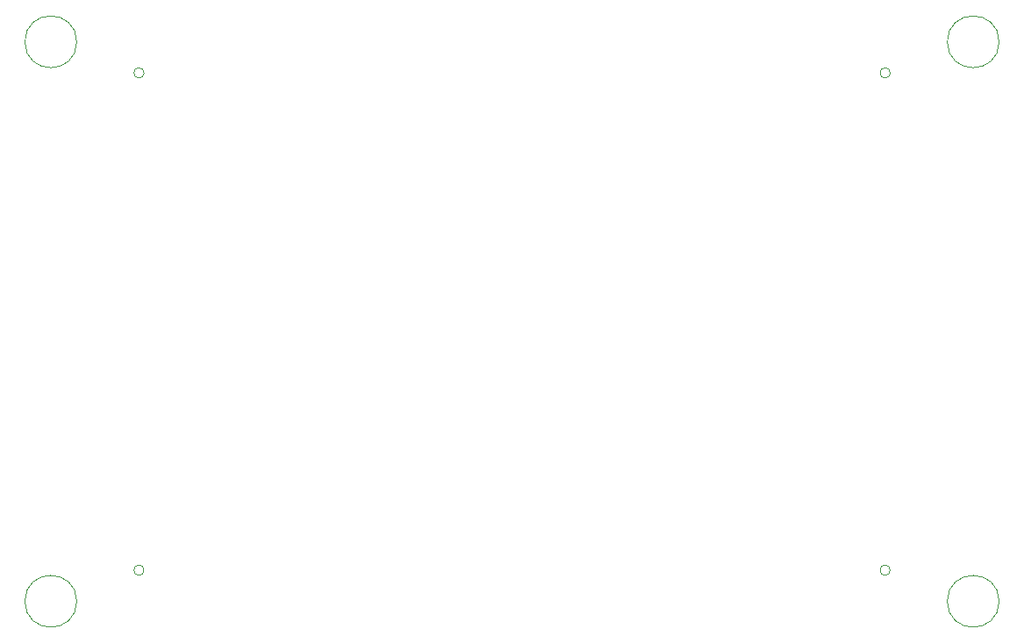
<source format=gbr>
%FSLAX34Y34*%
G04 Gerber Fmt 3.4, Leading zero omitted, Abs format*
G04 (created by PCBNEW (2014-jan-25)-product) date Sat 06 Jun 2015 15:54:02 BST*
%MOIN*%
G01*
G70*
G90*
G04 APERTURE LIST*
%ADD10C,0.005906*%
%ADD11C,0.003937*%
G04 APERTURE END LIST*
G54D10*
G54D11*
X43110Y-58070D02*
G75*
G03X43110Y-58070I-196J0D01*
G74*
G01*
X14763Y-58070D02*
G75*
G03X14763Y-58070I-196J0D01*
G74*
G01*
X14763Y-39173D02*
G75*
G03X14763Y-39173I-196J0D01*
G74*
G01*
X12204Y-59251D02*
G75*
G03X12204Y-59251I-984J0D01*
G74*
G01*
X12204Y-37992D02*
G75*
G03X12204Y-37992I-984J0D01*
G74*
G01*
X47244Y-59251D02*
G75*
G03X47244Y-59251I-984J0D01*
G74*
G01*
X47244Y-37992D02*
G75*
G03X47244Y-37992I-984J0D01*
G74*
G01*
X43110Y-39173D02*
G75*
G03X43110Y-39173I-196J0D01*
G74*
G01*
M02*

</source>
